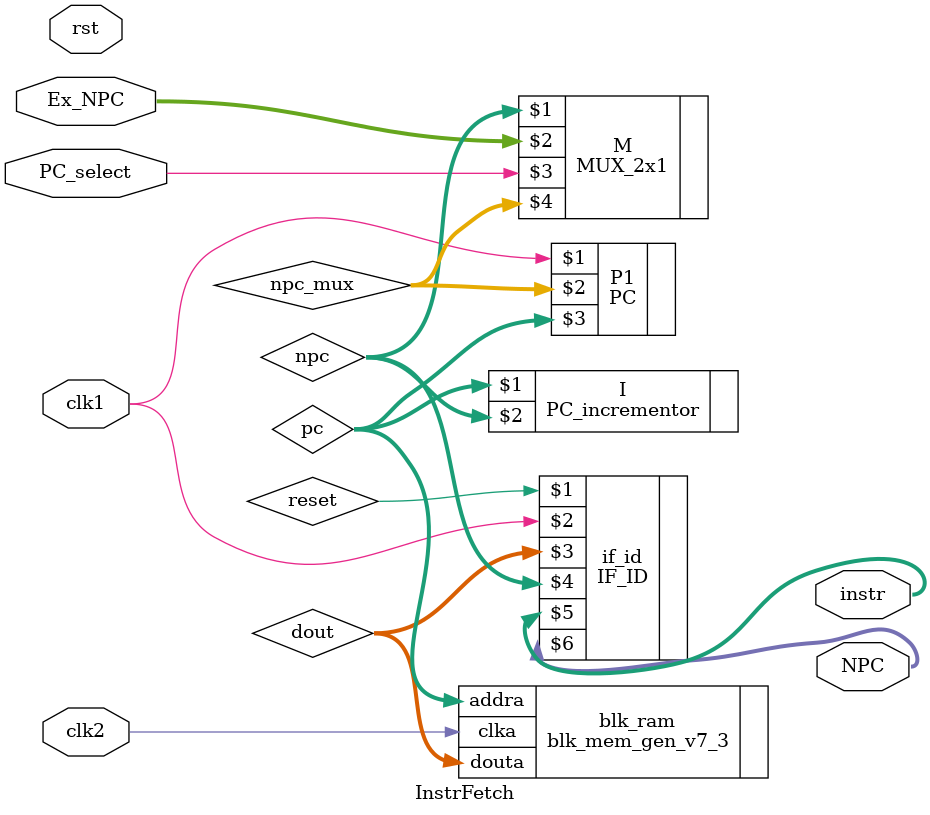
<source format=v>
`timescale 1ns / 1ps
module InstrFetch(
	input clk1,
	input clk2,
	input rst,
	input PC_select,
	input [7:0] Ex_NPC,
	output [31:0] instr,
	output [7:0] NPC
    );
	 
	wire [7:0] npc,pc,npc_mux;
	wire [31:0] dout;

	MUX_2x1 M(npc,Ex_NPC,PC_select,npc_mux);

	PC P1(clk1,npc_mux,pc); 
	
	blk_mem_gen_v7_3 blk_ram(.clka(clk2),.addra(pc),.douta(dout));
	
	IF_ID if_id(reset,clk1,dout,npc,instr,NPC);
	
	PC_incrementor I(pc,npc);
endmodule

</source>
